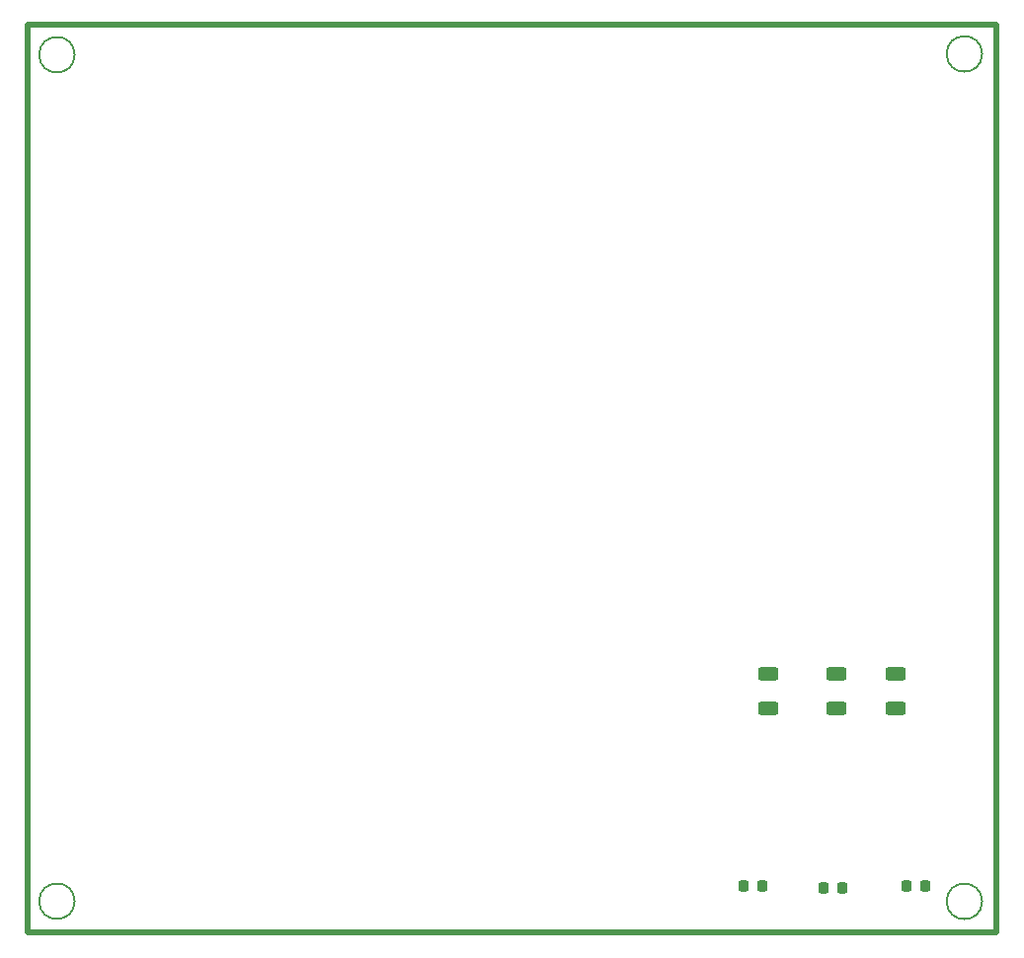
<source format=gtp>
%TF.GenerationSoftware,KiCad,Pcbnew,7.0.2-6a45011f42~172~ubuntu22.10.1*%
%TF.CreationDate,2023-05-26T16:24:23+05:00*%
%TF.ProjectId,IOTV,494f5456-2e6b-4696-9361-645f70636258,rev?*%
%TF.SameCoordinates,Original*%
%TF.FileFunction,Paste,Top*%
%TF.FilePolarity,Positive*%
%FSLAX46Y46*%
G04 Gerber Fmt 4.6, Leading zero omitted, Abs format (unit mm)*
G04 Created by KiCad (PCBNEW 7.0.2-6a45011f42~172~ubuntu22.10.1) date 2023-05-26 16:24:23*
%MOMM*%
%LPD*%
G01*
G04 APERTURE LIST*
G04 Aperture macros list*
%AMRoundRect*
0 Rectangle with rounded corners*
0 $1 Rounding radius*
0 $2 $3 $4 $5 $6 $7 $8 $9 X,Y pos of 4 corners*
0 Add a 4 corners polygon primitive as box body*
4,1,4,$2,$3,$4,$5,$6,$7,$8,$9,$2,$3,0*
0 Add four circle primitives for the rounded corners*
1,1,$1+$1,$2,$3*
1,1,$1+$1,$4,$5*
1,1,$1+$1,$6,$7*
1,1,$1+$1,$8,$9*
0 Add four rect primitives between the rounded corners*
20,1,$1+$1,$2,$3,$4,$5,0*
20,1,$1+$1,$4,$5,$6,$7,0*
20,1,$1+$1,$6,$7,$8,$9,0*
20,1,$1+$1,$8,$9,$2,$3,0*%
G04 Aperture macros list end*
%ADD10RoundRect,0.218750X-0.218750X-0.256250X0.218750X-0.256250X0.218750X0.256250X-0.218750X0.256250X0*%
%ADD11RoundRect,0.250000X-0.625000X0.312500X-0.625000X-0.312500X0.625000X-0.312500X0.625000X0.312500X0*%
%TA.AperFunction,Profile*%
%ADD12C,0.150000*%
%TD*%
%TA.AperFunction,Profile*%
%ADD13C,0.500000*%
%TD*%
G04 APERTURE END LIST*
D10*
%TO.C,D2*%
X163042500Y-122174000D03*
X164617500Y-122174000D03*
%TD*%
D11*
%TO.C,R3*%
X176022000Y-103947500D03*
X176022000Y-106872500D03*
%TD*%
D10*
%TO.C,D1*%
X177012500Y-122174000D03*
X178587500Y-122174000D03*
%TD*%
D11*
%TO.C,R2*%
X165100000Y-103947500D03*
X165100000Y-106872500D03*
%TD*%
%TO.C,R1*%
X170942000Y-103947500D03*
X170942000Y-106872500D03*
%TD*%
D10*
%TO.C,D3*%
X169875000Y-122264000D03*
X171450000Y-122264000D03*
%TD*%
D12*
X105664000Y-123444000D02*
G75*
G03*
X105664000Y-123444000I-1524000J0D01*
G01*
D13*
X101600000Y-48260000D02*
X184694000Y-48260000D01*
X184694000Y-126104000D01*
X101600000Y-126104000D01*
X101600000Y-48260000D01*
D12*
X105664000Y-50800000D02*
G75*
G03*
X105664000Y-50800000I-1524000J0D01*
G01*
X183468000Y-123454000D02*
G75*
G03*
X183468000Y-123454000I-1524000J0D01*
G01*
X183468000Y-50728000D02*
G75*
G03*
X183468000Y-50728000I-1524000J0D01*
G01*
M02*

</source>
